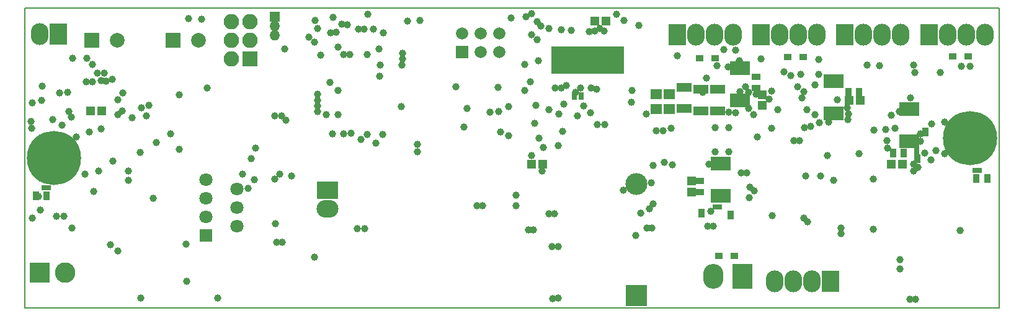
<source format=gbr>
G04 #@! TF.FileFunction,Soldermask,Bot*
%FSLAX46Y46*%
G04 Gerber Fmt 4.6, Leading zero omitted, Abs format (unit mm)*
G04 Created by KiCad (PCBNEW 4.0.7) date 06/15/18 17:29:42*
%MOMM*%
%LPD*%
G01*
G04 APERTURE LIST*
%ADD10C,0.100000*%
%ADD11C,0.150000*%
%ADD12R,1.200000X1.150000*%
%ADD13R,2.000000X2.000000*%
%ADD14C,2.000000*%
%ADD15R,0.700000X0.750000*%
%ADD16R,1.650000X1.400000*%
%ADD17R,0.750000X0.700000*%
%ADD18R,3.000000X3.000000*%
%ADD19O,3.000000X3.000000*%
%ADD20R,0.700000X1.850000*%
%ADD21C,7.400000*%
%ADD22R,2.100000X2.100000*%
%ADD23O,2.100000X2.100000*%
%ADD24R,1.400000X1.400000*%
%ADD25O,1.400000X1.400000*%
%ADD26R,2.750000X3.400000*%
%ADD27O,2.750000X3.400000*%
%ADD28C,1.670000*%
%ADD29R,1.670000X1.670000*%
%ADD30R,2.400000X3.000000*%
%ADD31O,2.400000X3.000000*%
%ADD32R,0.830000X0.680000*%
%ADD33R,0.900000X1.300000*%
%ADD34R,2.100000X1.300000*%
%ADD35R,0.800000X1.000000*%
%ADD36R,1.797000X1.797000*%
%ADD37C,1.797000*%
%ADD38R,1.500000X1.290000*%
%ADD39R,3.000000X2.400000*%
%ADD40O,3.000000X2.400000*%
%ADD41C,2.800000*%
%ADD42R,2.800000X2.800000*%
%ADD43R,1.000000X0.850000*%
%ADD44R,1.150000X1.200000*%
%ADD45R,1.300000X0.900000*%
%ADD46C,1.000000*%
G04 APERTURE END LIST*
D10*
D11*
X25000000Y-164000000D02*
X25000000Y-123000000D01*
X158000000Y-164000000D02*
X25000000Y-164000000D01*
X158000000Y-123000000D02*
X158000000Y-164000000D01*
X25000000Y-123000000D02*
X158000000Y-123000000D01*
D12*
X35460000Y-137060000D03*
X33960000Y-137060000D03*
D13*
X45200000Y-127450000D03*
D14*
X48700000Y-127450000D03*
D15*
X119220000Y-150210000D03*
X119780000Y-150210000D03*
D13*
X34100000Y-127450000D03*
D14*
X37600000Y-127450000D03*
D16*
X111180000Y-134800000D03*
X111180000Y-136800000D03*
X112980000Y-134800000D03*
X112980000Y-136800000D03*
D17*
X146740000Y-142280000D03*
X146740000Y-142840000D03*
D15*
X154690000Y-145190000D03*
X155250000Y-145190000D03*
D12*
X104290000Y-124770000D03*
X102790000Y-124770000D03*
D18*
X108490000Y-162350000D03*
D19*
X108490000Y-147110000D03*
D20*
X118960000Y-144300000D03*
X119460000Y-144300000D03*
X119960000Y-144300000D03*
X120460000Y-144300000D03*
X120960000Y-144300000D03*
X120960000Y-148700000D03*
X120460000Y-148700000D03*
X119960000Y-148700000D03*
X119460000Y-148700000D03*
X118960000Y-148700000D03*
X121580000Y-131200000D03*
X122080000Y-131200000D03*
X122580000Y-131200000D03*
X123080000Y-131200000D03*
X123580000Y-131200000D03*
X123580000Y-135600000D03*
X123080000Y-135600000D03*
X122580000Y-135600000D03*
X122080000Y-135600000D03*
X121580000Y-135600000D03*
X134400000Y-132980000D03*
X134900000Y-132980000D03*
X135400000Y-132980000D03*
X135900000Y-132980000D03*
X136400000Y-132980000D03*
X136400000Y-137380000D03*
X135900000Y-137380000D03*
X135400000Y-137380000D03*
X134900000Y-137380000D03*
X134400000Y-137380000D03*
D21*
X154010000Y-140810000D03*
D22*
X55690000Y-129950000D03*
D23*
X53150000Y-129950000D03*
X55690000Y-127410000D03*
X53150000Y-127410000D03*
X55690000Y-124870000D03*
X53150000Y-124870000D03*
D24*
X59090000Y-124250000D03*
D25*
X59090000Y-125520000D03*
X59090000Y-126790000D03*
D26*
X122950000Y-159700000D03*
D27*
X118990000Y-159700000D03*
D28*
X84690000Y-126480000D03*
X87230000Y-126480000D03*
X89770000Y-126480000D03*
D29*
X84690000Y-129020000D03*
D28*
X87230000Y-129020000D03*
X89770000Y-129020000D03*
D30*
X125520000Y-126650000D03*
D31*
X128060000Y-126650000D03*
X130600000Y-126650000D03*
X133140000Y-126650000D03*
D30*
X114080000Y-126650000D03*
D31*
X116620000Y-126650000D03*
X119160000Y-126650000D03*
X121700000Y-126650000D03*
D30*
X136950000Y-126650000D03*
D31*
X139490000Y-126650000D03*
X142030000Y-126650000D03*
X144570000Y-126650000D03*
D30*
X148400000Y-126650000D03*
D31*
X150940000Y-126650000D03*
X153480000Y-126650000D03*
X156020000Y-126650000D03*
D32*
X117330000Y-150810000D03*
X117330000Y-151330000D03*
X121330000Y-151030000D03*
X121330000Y-151550000D03*
D33*
X154890000Y-146270000D03*
X156390000Y-146270000D03*
D34*
X119520000Y-137050000D03*
X119520000Y-134150000D03*
X117260000Y-137050000D03*
X117260000Y-134150000D03*
X115010000Y-133880000D03*
X115010000Y-136780000D03*
D32*
X146780000Y-143880000D03*
X146780000Y-143360000D03*
X147910000Y-139720000D03*
X147910000Y-140240000D03*
D35*
X100910000Y-135040000D03*
X100010000Y-135040000D03*
D36*
X49734000Y-154120000D03*
D37*
X53925000Y-152850000D03*
X49734000Y-151580000D03*
X53925000Y-150310000D03*
X49734000Y-149040000D03*
X53925000Y-147770000D03*
X49734000Y-146500000D03*
D38*
X106045000Y-131385000D03*
X106045000Y-130535000D03*
X106045000Y-128835000D03*
X106045000Y-129685000D03*
X104988750Y-129685000D03*
X104988750Y-128835000D03*
X104988750Y-130535000D03*
X104988750Y-131385000D03*
X103932500Y-131385000D03*
X103932500Y-130535000D03*
X103932500Y-128835000D03*
X103932500Y-129685000D03*
X102876250Y-129685000D03*
X102876250Y-128835000D03*
X102876250Y-130535000D03*
X102876250Y-131385000D03*
X101820000Y-131385000D03*
X101820000Y-130535000D03*
X101820000Y-128835000D03*
X101820000Y-129685000D03*
X100763750Y-129685000D03*
X100763750Y-128835000D03*
X100763750Y-130535000D03*
X100763750Y-131385000D03*
X99707500Y-131385000D03*
X99707500Y-130535000D03*
X99707500Y-128835000D03*
X99707500Y-129685000D03*
X98651250Y-129685000D03*
X98651250Y-128835000D03*
X98651250Y-130535000D03*
X98651250Y-131385000D03*
X97595000Y-131385000D03*
X97595000Y-130535000D03*
X97595000Y-128835000D03*
X97595000Y-129685000D03*
D20*
X146710000Y-141200000D03*
X146210000Y-141200000D03*
X145710000Y-141200000D03*
X145210000Y-141200000D03*
X144710000Y-141200000D03*
X144710000Y-136800000D03*
X145210000Y-136800000D03*
X145710000Y-136800000D03*
X146210000Y-136800000D03*
X146710000Y-136800000D03*
D15*
X27610000Y-147590000D03*
X28170000Y-147590000D03*
D21*
X29000000Y-143500000D03*
D33*
X26470000Y-148670000D03*
X27970000Y-148670000D03*
D39*
X66330000Y-147920000D03*
D40*
X66330000Y-150460000D03*
D30*
X29550000Y-126600000D03*
D31*
X27010000Y-126600000D03*
D41*
X30500000Y-159200000D03*
D42*
X27000000Y-159200000D03*
D43*
X119180000Y-129910000D03*
X117080000Y-129910000D03*
X151620000Y-129600000D03*
X153720000Y-129600000D03*
X129130000Y-129720000D03*
X131230000Y-129720000D03*
X121830000Y-156910000D03*
X119730000Y-156910000D03*
D30*
X134950000Y-160350000D03*
D31*
X132410000Y-160350000D03*
X129870000Y-160350000D03*
X127330000Y-160350000D03*
D12*
X95670000Y-144350000D03*
X94170000Y-144350000D03*
D44*
X115990000Y-146650000D03*
X115990000Y-148150000D03*
D12*
X137530000Y-135670000D03*
X139030000Y-135670000D03*
D44*
X125680000Y-136350000D03*
X125680000Y-134850000D03*
D12*
X144790000Y-144350000D03*
X143290000Y-144350000D03*
D45*
X117070000Y-148150000D03*
X117070000Y-146650000D03*
X124790000Y-133930000D03*
X124790000Y-132430000D03*
D33*
X138880000Y-134580000D03*
X137380000Y-134580000D03*
X143480000Y-142870000D03*
X144980000Y-142870000D03*
D46*
X110760000Y-144490000D03*
X46040000Y-134840000D03*
X36980000Y-143930000D03*
X94020000Y-133140000D03*
X98530000Y-136130000D03*
X70910000Y-140970000D03*
X135390000Y-146570000D03*
X91040000Y-136500000D03*
X94190000Y-143200000D03*
X132850000Y-137600000D03*
X117540000Y-134510000D03*
X123760000Y-134520000D03*
X145920000Y-135330000D03*
X137400000Y-137480000D03*
X150540000Y-138580000D03*
X146940000Y-144780000D03*
X83850000Y-133810000D03*
X73530000Y-130850000D03*
X73400000Y-132350000D03*
X67510000Y-126300000D03*
X73910000Y-126390000D03*
X72890000Y-141450000D03*
X71720000Y-140270000D03*
X73850000Y-140310000D03*
X46030000Y-142350000D03*
X56290000Y-146460000D03*
X61410000Y-145950000D03*
X59090000Y-146420000D03*
X41940000Y-136300000D03*
X41610000Y-137770000D03*
X47340000Y-124500000D03*
X49070000Y-124570000D03*
X95560000Y-145290000D03*
X60470000Y-128630000D03*
X123920000Y-147470000D03*
X114040000Y-129570000D03*
X125460000Y-129950000D03*
X111180000Y-136800000D03*
X39660000Y-137980000D03*
X113240000Y-139490000D03*
X113410000Y-144430000D03*
X118330000Y-144360000D03*
X59220000Y-152510000D03*
X59780000Y-145720000D03*
X146320000Y-145300000D03*
X132850000Y-133510000D03*
X126580000Y-135430000D03*
X121980000Y-137340000D03*
X100410000Y-137720000D03*
X100195000Y-134575000D03*
X120960000Y-131070000D03*
X112290000Y-144090000D03*
X64600000Y-124750000D03*
X67760000Y-128390000D03*
X31500000Y-129920000D03*
X33430000Y-129850000D03*
X34890000Y-131880000D03*
X25830000Y-138540000D03*
X25890000Y-139460000D03*
X134750000Y-138640000D03*
X137260000Y-136680000D03*
X89580000Y-133900000D03*
X49880000Y-133910000D03*
X35032340Y-145312460D03*
X42550000Y-148990000D03*
X34380000Y-148110000D03*
X26880000Y-148730000D03*
X26040000Y-151750000D03*
X40767660Y-142777540D03*
X150570000Y-142960000D03*
X149380000Y-142540000D03*
X144340000Y-137130000D03*
X152640000Y-153450000D03*
X139960000Y-130840000D03*
X146290000Y-130840000D03*
X152790000Y-130960000D03*
X66730000Y-126420000D03*
X67030000Y-124260000D03*
X66610000Y-133190000D03*
X72530000Y-125910000D03*
X64530000Y-157030000D03*
X71400000Y-153170000D03*
X70330000Y-153170000D03*
X98350000Y-139900000D03*
X108380000Y-154140000D03*
X54740000Y-145730000D03*
X92065000Y-150050000D03*
X88470000Y-137210000D03*
X92060000Y-148620000D03*
X89630000Y-137190000D03*
X109870000Y-153110000D03*
X110610000Y-153090000D03*
X97270000Y-151120000D03*
X96530000Y-151140000D03*
X123880000Y-148970000D03*
X34180000Y-133140000D03*
X34180000Y-130700000D03*
X47050000Y-160360000D03*
X47010000Y-155250000D03*
X28770000Y-138240000D03*
X32020000Y-140650000D03*
X121050000Y-142650000D03*
X119180000Y-142650000D03*
X131300000Y-151700000D03*
X131830000Y-152220000D03*
X121100000Y-139390000D03*
X119180000Y-139390000D03*
X144480000Y-158710000D03*
X144480000Y-157360000D03*
X123790000Y-136760000D03*
X97880000Y-137540000D03*
X109060000Y-151010000D03*
X133620000Y-146010000D03*
X140790000Y-146430000D03*
X106650000Y-147900000D03*
X110220000Y-150430000D03*
X95110000Y-130220000D03*
X96500000Y-136900000D03*
X104100000Y-126160000D03*
X106740000Y-124730000D03*
X102790000Y-126160000D03*
X107900000Y-134250000D03*
X103010000Y-134090000D03*
X101240000Y-136390000D03*
X98240000Y-133950000D03*
X110750000Y-149790000D03*
X140790000Y-153280000D03*
X110460000Y-146860000D03*
X104120000Y-138950000D03*
X103090000Y-138930000D03*
X148660000Y-143750000D03*
X102160000Y-137330000D03*
X102280000Y-133950000D03*
X64940000Y-137190000D03*
X27110000Y-150630000D03*
X146470000Y-131860000D03*
X149970000Y-131870000D03*
X154000000Y-130950000D03*
X64930000Y-136390000D03*
X64930000Y-135600000D03*
X141630000Y-130910000D03*
X119450000Y-130900000D03*
X121980000Y-128800000D03*
X117990000Y-132610000D03*
X64950000Y-134780000D03*
X118960000Y-152830000D03*
X118220000Y-152850000D03*
X96990000Y-155630000D03*
X97770000Y-155620000D03*
X97760000Y-162690000D03*
X97000000Y-162710000D03*
X71810000Y-123870000D03*
X68470000Y-129390000D03*
X60060000Y-137780000D03*
X35370000Y-132930000D03*
X39090000Y-145280000D03*
X94550000Y-138760000D03*
X143230000Y-137700000D03*
X68250000Y-125260000D03*
X124580000Y-147980000D03*
X131560000Y-145980000D03*
X98220000Y-125960000D03*
X108810000Y-125370000D03*
X142710000Y-141180000D03*
X142720000Y-142140000D03*
X129960000Y-141110000D03*
X130700000Y-141110000D03*
X125000000Y-140600000D03*
X99540000Y-126070000D03*
X130930000Y-132050000D03*
X130450000Y-133790000D03*
X134570000Y-143180000D03*
X133370000Y-130050000D03*
X133340000Y-132050000D03*
X103450000Y-125800000D03*
X128600000Y-131730000D03*
X138890000Y-142930000D03*
X133410000Y-138720000D03*
X102040000Y-126210000D03*
X137350000Y-138260000D03*
X100850000Y-133930000D03*
X131380000Y-139350000D03*
X66940000Y-140230000D03*
X97330000Y-133950000D03*
X84960000Y-139260000D03*
X89930000Y-139920000D03*
X122770000Y-145530000D03*
X123520000Y-145550000D03*
X25960000Y-136020000D03*
X35830000Y-131890000D03*
X31020000Y-137140000D03*
X124770000Y-134780000D03*
X124440000Y-137630000D03*
X109790000Y-137470000D03*
X131310000Y-134460000D03*
X147840000Y-142820000D03*
X147280000Y-141230000D03*
X122580000Y-134450000D03*
X135870000Y-135530000D03*
X35410000Y-139510000D03*
X71730000Y-129370000D03*
X111160000Y-139760000D03*
X112100000Y-139770000D03*
X148740000Y-138890000D03*
X78550000Y-141660000D03*
X78560000Y-142640000D03*
X67730000Y-137590000D03*
X95770000Y-142050000D03*
X122550000Y-130190000D03*
X120380000Y-128690000D03*
X94130000Y-123820000D03*
X67720000Y-134290000D03*
X129540000Y-132230000D03*
X66130000Y-137600000D03*
X93190000Y-134250000D03*
X71290000Y-125930000D03*
X70550000Y-125920000D03*
X73350000Y-128600000D03*
X64500000Y-127720000D03*
X63790000Y-127020000D03*
X76540000Y-129990000D03*
X94950000Y-127380000D03*
X96530000Y-125820000D03*
X131110000Y-135310000D03*
X123380000Y-133810000D03*
X94910000Y-124870000D03*
X93200000Y-130690000D03*
X76500000Y-130790000D03*
X97790000Y-141780000D03*
X76340000Y-136490000D03*
X140920000Y-139680000D03*
X146290000Y-144350000D03*
X59080000Y-137750000D03*
X65390000Y-129440000D03*
X64930000Y-125860000D03*
X77260000Y-124770000D03*
X78900000Y-124740000D03*
X105780000Y-123860000D03*
X143740000Y-139470000D03*
X142540000Y-139590000D03*
X68540000Y-140230000D03*
X44870000Y-140220000D03*
X40900000Y-136660000D03*
X29760000Y-134600000D03*
X30850000Y-134560000D03*
X69500000Y-140150000D03*
X42930000Y-141360000D03*
X31430000Y-153050000D03*
X132250000Y-139230000D03*
X95410000Y-125460000D03*
X76520000Y-129190000D03*
X94180000Y-126660000D03*
X127000000Y-151370000D03*
X118620000Y-150780000D03*
X107820000Y-135860000D03*
X98920000Y-133650000D03*
X146570000Y-162800000D03*
X136390000Y-153110000D03*
X145830000Y-162800000D03*
X136390000Y-153860000D03*
X33400000Y-133120000D03*
X33190000Y-145710000D03*
X55500000Y-147680000D03*
X30050000Y-139000000D03*
X33770000Y-139920000D03*
X37700000Y-137550000D03*
X27320000Y-133730000D03*
X37660000Y-135550000D03*
X59330000Y-155030000D03*
X60080000Y-155010000D03*
X94410000Y-153360000D03*
X93710000Y-153360000D03*
X87450000Y-150050000D03*
X86730000Y-150070000D03*
X36100000Y-133050000D03*
X147230000Y-140220000D03*
X93390000Y-124240000D03*
X91380000Y-124410000D03*
X69320000Y-129410000D03*
X60590000Y-138330000D03*
X56500000Y-142140000D03*
X55910000Y-143630000D03*
X39080000Y-146570000D03*
X95150000Y-140780000D03*
X69000000Y-125270000D03*
X121040000Y-137270000D03*
X131750000Y-136890000D03*
X126930000Y-139490000D03*
X127770000Y-136920000D03*
X126910000Y-134400000D03*
X91020000Y-140460000D03*
X94710000Y-136340000D03*
X85370000Y-136710000D03*
X36640000Y-155390000D03*
X37650000Y-156220000D03*
X38260000Y-137080000D03*
X36900000Y-132770000D03*
X38360000Y-134650000D03*
X31360000Y-137960000D03*
X27310000Y-135660000D03*
X30300000Y-151470000D03*
X51330000Y-162680000D03*
X29330000Y-151470000D03*
X40800000Y-162680000D03*
M02*

</source>
